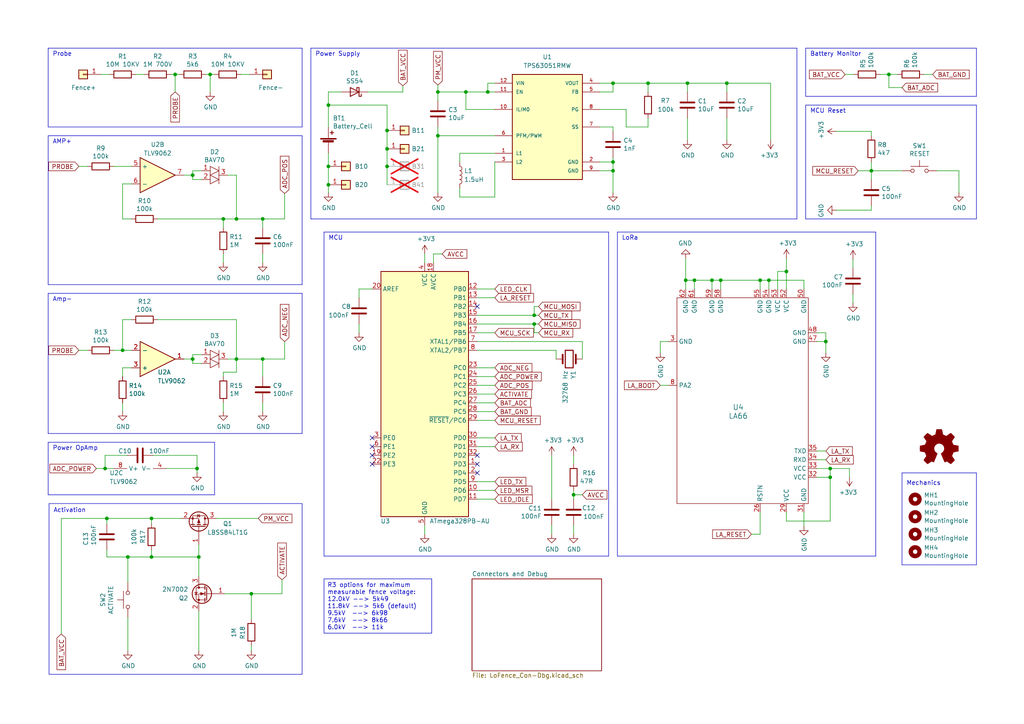
<source format=kicad_sch>
(kicad_sch (version 20230121) (generator eeschema)
  (paper "A4")
  (title_block (title "LoFence V2") (rev "1.0"))
  (junction (at 112.268 48.26))
  (junction (at 239.522 99.06))
  (junction (at 64.77 63.5))
  (junction (at 252.73 49.53))
  (junction (at 72.898 172.212))
  (junction (at 220.472 81.28))
  (junction (at 187.96 24.13))
  (junction (at 95.25 53.594))
  (junction (at 112.268 43.18))
  (junction (at 177.8 49.53))
  (junction (at 154.94 91.44))
  (junction (at 68.58 104.14))
  (junction (at 154.94 93.98))
  (junction (at 60.96 21.59))
  (junction (at 50.8 21.59))
  (junction (at 198.882 81.28))
  (junction (at 37.084 161.544))
  (junction (at 57.658 161.544))
  (junction (at 55.88 104.14))
  (junction (at 209.042 81.28))
  (junction (at 30.988 150.368))
  (junction (at 35.56 101.6))
  (junction (at 43.942 150.368))
  (junction (at 57.15 135.89))
  (junction (at 228.092 78.74))
  (junction (at 127 26.67))
  (junction (at 206.502 81.28))
  (junction (at 257.81 21.59))
  (junction (at 55.88 50.8))
  (junction (at 30.48 135.89))
  (junction (at 201.422 81.28))
  (junction (at 141.478 26.67))
  (junction (at 177.8 46.99))
  (junction (at 68.58 63.5))
  (junction (at 223.012 81.28))
  (junction (at 76.2 63.5))
  (junction (at 76.2 104.14))
  (junction (at 112.268 37.846))
  (junction (at 240.792 138.43))
  (junction (at 43.942 161.544))
  (junction (at 166.37 143.51))
  (junction (at 95.25 30.48))
  (junction (at 199.39 24.13))
  (junction (at 210.82 24.13))
  (junction (at 177.8 24.13))
  (junction (at 135.128 26.67))
  (junction (at 127 39.37))
  (junction (at 95.25 48.26))
  (junction (at 240.792 135.89))
  (no_connect (at 138.43 134.62))
  (no_connect (at 138.43 88.9))
  (no_connect (at 107.95 134.62))
  (no_connect (at 138.43 137.16))
  (no_connect (at 138.43 132.08))
  (no_connect (at 107.95 129.54))
  (no_connect (at 107.95 132.08))
  (no_connect (at 107.95 127))
  (wire (pts (xy 30.988 159.512) (xy 30.988 161.544)))
  (wire (pts (xy 156.21 88.9) (xy 154.94 88.9)))
  (wire (pts (xy 168.91 99.06) (xy 168.91 104.14)))
  (polyline (pts (xy 13.97 39.37) (xy 13.97 82.55)))
  (wire (pts (xy 173.99 31.75) (xy 181.61 31.75)))
  (polyline (pts (xy 283.21 163.83) (xy 283.21 137.16)))
  (wire (pts (xy 95.25 30.48) (xy 112.268 30.48)))
  (wire (pts (xy 143.51 46.99) (xy 143.51 57.15)))
  (wire (pts (xy 181.61 36.83) (xy 181.61 31.75)))
  (wire (pts (xy 35.56 63.5) (xy 38.1 63.5)))
  (wire (pts (xy 228.092 148.59) (xy 228.092 151.13)))
  (wire (pts (xy 95.25 48.26) (xy 95.25 53.594)))
  (wire (pts (xy 64.77 116.84) (xy 64.77 119.38)))
  (wire (pts (xy 95.25 26.67) (xy 99.06 26.67)))
  (wire (pts (xy 133.35 46.99) (xy 133.35 44.45)))
  (wire (pts (xy 30.48 132.08) (xy 36.83 132.08)))
  (wire (pts (xy 187.96 24.13) (xy 177.8 24.13)))
  (wire (pts (xy 68.58 92.71) (xy 45.72 92.71)))
  (wire (pts (xy 138.43 142.24) (xy 143.51 142.24)))
  (wire (pts (xy 35.56 101.6) (xy 38.1 101.6)))
  (polyline (pts (xy 283.21 30.48) (xy 283.21 63.5)))
  (wire (pts (xy 166.37 144.78) (xy 166.37 143.51)))
  (wire (pts (xy 206.502 83.82) (xy 206.502 81.28)))
  (wire (pts (xy 38.1 53.34) (xy 35.56 53.34)))
  (polyline (pts (xy 87.63 36.83) (xy 13.97 36.83)))
  (wire (pts (xy 220.472 83.82) (xy 220.472 81.28)))
  (polyline (pts (xy 87.63 13.97) (xy 13.97 13.97)))
  (wire (pts (xy 143.51 86.36) (xy 138.43 86.36)))
  (wire (pts (xy 112.268 37.846) (xy 112.268 43.18)))
  (wire (pts (xy 223.012 83.82) (xy 223.012 81.28)))
  (wire (pts (xy 64.77 76.2) (xy 64.77 73.66)))
  (wire (pts (xy 35.56 101.6) (xy 33.02 101.6)))
  (wire (pts (xy 127 26.67) (xy 135.128 26.67)))
  (wire (pts (xy 82.55 56.134) (xy 82.55 63.5)))
  (wire (pts (xy 65.278 172.212) (xy 72.898 172.212)))
  (polyline (pts (xy 233.68 30.48) (xy 283.21 30.48)))
  (wire (pts (xy 209.042 81.28) (xy 206.502 81.28)))
  (wire (pts (xy 116.84 24.892) (xy 116.84 26.67)))
  (wire (pts (xy 43.942 161.544) (xy 57.658 161.544)))
  (wire (pts (xy 55.88 52.07) (xy 55.88 50.8)))
  (wire (pts (xy 76.2 73.66) (xy 76.2 76.2)))
  (wire (pts (xy 66.04 104.14) (xy 68.58 104.14)))
  (polyline (pts (xy 176.53 161.29) (xy 93.98 161.29)))
  (wire (pts (xy 123.19 152.4) (xy 123.19 154.94)))
  (wire (pts (xy 35.56 119.38) (xy 35.56 116.84)))
  (polyline (pts (xy 87.63 125.73) (xy 13.97 125.73)))
  (wire (pts (xy 247.396 87.884) (xy 247.396 85.344)))
  (wire (pts (xy 177.8 26.67) (xy 177.8 24.13)))
  (polyline (pts (xy 283.21 27.94) (xy 233.68 27.94)))
  (wire (pts (xy 95.25 30.48) (xy 95.25 36.83)))
  (wire (pts (xy 133.35 57.15) (xy 133.35 54.61)))
  (wire (pts (xy 30.48 135.89) (xy 30.48 132.08)))
  (wire (pts (xy 201.422 83.82) (xy 201.422 81.28)))
  (wire (pts (xy 44.45 132.08) (xy 57.15 132.08)))
  (wire (pts (xy 76.2 66.04) (xy 76.2 63.5)))
  (wire (pts (xy 173.99 36.83) (xy 177.8 36.83)))
  (wire (pts (xy 64.77 63.5) (xy 64.77 66.04)))
  (wire (pts (xy 252.73 49.53) (xy 252.73 52.07)))
  (wire (pts (xy 209.042 83.82) (xy 209.042 81.28)))
  (wire (pts (xy 138.43 99.06) (xy 168.91 99.06)))
  (polyline (pts (xy 13.97 39.37) (xy 87.63 39.37)))
  (wire (pts (xy 55.88 104.14) (xy 53.34 104.14)))
  (wire (pts (xy 240.792 151.13) (xy 240.792 138.43)))
  (wire (pts (xy 161.29 101.6) (xy 161.29 104.14)))
  (wire (pts (xy 143.51 31.75) (xy 135.128 31.75)))
  (wire (pts (xy 257.81 25.4) (xy 261.62 25.4)))
  (wire (pts (xy 72.898 172.212) (xy 72.898 179.578)))
  (wire (pts (xy 199.39 26.67) (xy 199.39 24.13)))
  (wire (pts (xy 76.2 109.22) (xy 76.2 104.14)))
  (polyline (pts (xy 254 67.31) (xy 179.07 67.31)))
  (polyline (pts (xy 231.14 63.5) (xy 231.14 13.97)))
  (wire (pts (xy 48.26 135.89) (xy 57.15 135.89)))
  (wire (pts (xy 55.88 49.53) (xy 55.88 50.8)))
  (wire (pts (xy 247.65 21.59) (xy 245.11 21.59)))
  (wire (pts (xy 239.522 133.35) (xy 236.982 133.35)))
  (wire (pts (xy 225.552 83.82) (xy 225.552 78.74)))
  (wire (pts (xy 35.56 92.71) (xy 35.56 101.6)))
  (wire (pts (xy 257.81 25.4) (xy 257.81 21.59)))
  (wire (pts (xy 236.982 96.52) (xy 239.522 96.52)))
  (wire (pts (xy 58.42 105.41) (xy 55.88 105.41)))
  (wire (pts (xy 135.128 31.75) (xy 135.128 26.67)))
  (wire (pts (xy 271.78 49.53) (xy 278.13 49.53)))
  (wire (pts (xy 112.268 48.26) (xy 112.268 53.594)))
  (wire (pts (xy 143.51 57.15) (xy 133.35 57.15)))
  (wire (pts (xy 37.084 161.544) (xy 43.942 161.544)))
  (polyline (pts (xy 62.23 128.27) (xy 13.97 128.27)))
  (wire (pts (xy 49.53 21.59) (xy 50.8 21.59)))
  (wire (pts (xy 38.1 106.68) (xy 35.56 106.68)))
  (wire (pts (xy 187.96 34.29) (xy 187.96 36.83)))
  (wire (pts (xy 143.51 127) (xy 138.43 127)))
  (wire (pts (xy 39.37 21.59) (xy 41.91 21.59)))
  (wire (pts (xy 64.77 107.95) (xy 68.58 107.95)))
  (polyline (pts (xy 283.21 63.5) (xy 233.68 63.5)))
  (wire (pts (xy 64.77 63.5) (xy 68.58 63.5)))
  (wire (pts (xy 76.2 104.14) (xy 68.58 104.14)))
  (polyline (pts (xy 231.14 63.5) (xy 90.17 63.5)))
  (wire (pts (xy 143.51 129.54) (xy 138.43 129.54)))
  (wire (pts (xy 143.51 121.92) (xy 138.43 121.92)))
  (polyline (pts (xy 87.63 82.55) (xy 13.97 82.55)))
  (wire (pts (xy 55.88 50.8) (xy 53.34 50.8)))
  (polyline (pts (xy 283.21 27.94) (xy 283.21 13.97)))
  (wire (pts (xy 154.94 88.9) (xy 154.94 91.44)))
  (wire (pts (xy 168.91 143.51) (xy 166.37 143.51)))
  (wire (pts (xy 76.2 104.14) (xy 82.55 104.14)))
  (wire (pts (xy 228.092 74.93) (xy 228.092 78.74)))
  (wire (pts (xy 57.658 177.292) (xy 57.658 188.722)))
  (wire (pts (xy 35.56 106.68) (xy 35.56 109.22)))
  (wire (pts (xy 220.472 81.28) (xy 209.042 81.28)))
  (wire (pts (xy 141.478 26.67) (xy 143.51 26.67)))
  (wire (pts (xy 107.95 83.82) (xy 104.14 83.82)))
  (wire (pts (xy 239.522 130.81) (xy 236.982 130.81)))
  (wire (pts (xy 252.73 49.53) (xy 261.62 49.53)))
  (polyline (pts (xy 179.07 161.29) (xy 179.07 67.31)))
  (wire (pts (xy 201.422 81.28) (xy 198.882 81.28)))
  (wire (pts (xy 17.78 150.368) (xy 30.988 150.368)))
  (wire (pts (xy 198.882 74.93) (xy 198.882 81.28)))
  (wire (pts (xy 125.73 73.66) (xy 125.73 76.2)))
  (wire (pts (xy 217.932 154.94) (xy 220.472 154.94)))
  (wire (pts (xy 240.792 135.89) (xy 240.792 138.43)))
  (wire (pts (xy 239.522 96.52) (xy 239.522 99.06)))
  (polyline (pts (xy 13.97 143.51) (xy 62.23 143.51)))
  (wire (pts (xy 270.51 21.59) (xy 267.97 21.59)))
  (wire (pts (xy 30.988 161.544) (xy 37.084 161.544)))
  (wire (pts (xy 82.55 104.14) (xy 82.55 99.06)))
  (wire (pts (xy 239.522 102.362) (xy 239.522 99.06)))
  (wire (pts (xy 138.43 83.82) (xy 143.51 83.82)))
  (wire (pts (xy 138.43 114.3) (xy 143.51 114.3)))
  (wire (pts (xy 257.81 21.59) (xy 260.35 21.59)))
  (wire (pts (xy 127 26.67) (xy 127 29.21)))
  (wire (pts (xy 156.21 96.52) (xy 154.94 96.52)))
  (wire (pts (xy 25.4 101.6) (xy 22.86 101.6)))
  (wire (pts (xy 72.898 172.212) (xy 81.788 172.212)))
  (wire (pts (xy 37.084 179.07) (xy 37.084 188.722)))
  (wire (pts (xy 58.42 52.07) (xy 55.88 52.07)))
  (polyline (pts (xy 13.97 36.83) (xy 13.97 13.97)))
  (wire (pts (xy 35.56 53.34) (xy 35.56 63.5)))
  (wire (pts (xy 27.94 135.89) (xy 30.48 135.89)))
  (wire (pts (xy 104.14 83.82) (xy 104.14 86.36)))
  (wire (pts (xy 191.516 102.362) (xy 191.516 99.06)))
  (polyline (pts (xy 93.98 67.31) (xy 93.98 161.29)))
  (polyline (pts (xy 90.17 13.97) (xy 90.17 63.5)))
  (polyline (pts (xy 13.97 85.09) (xy 87.63 85.09)))
  (wire (pts (xy 127 36.83) (xy 127 39.37)))
  (wire (pts (xy 123.19 76.2) (xy 123.19 73.66)))
  (polyline (pts (xy 87.63 36.83) (xy 87.63 13.97)))
  (wire (pts (xy 143.51 111.76) (xy 138.43 111.76)))
  (wire (pts (xy 76.2 116.84) (xy 76.2 119.38)))
  (wire (pts (xy 138.43 144.78) (xy 143.51 144.78)))
  (wire (pts (xy 210.82 26.67) (xy 210.82 24.13)))
  (wire (pts (xy 50.8 21.59) (xy 52.07 21.59)))
  (wire (pts (xy 141.478 24.13) (xy 141.478 26.67)))
  (wire (pts (xy 60.96 21.59) (xy 62.23 21.59)))
  (wire (pts (xy 57.658 157.988) (xy 57.658 161.544)))
  (wire (pts (xy 233.172 148.59) (xy 233.172 152.654)))
  (polyline (pts (xy 283.21 137.16) (xy 261.62 137.16)))
  (wire (pts (xy 81.788 172.212) (xy 81.788 168.148)))
  (wire (pts (xy 199.39 24.13) (xy 210.82 24.13)))
  (wire (pts (xy 72.898 187.198) (xy 72.898 188.722)))
  (wire (pts (xy 95.25 44.45) (xy 95.25 48.26)))
  (wire (pts (xy 25.4 48.26) (xy 22.86 48.26)))
  (wire (pts (xy 246.38 135.89) (xy 246.38 138.43)))
  (wire (pts (xy 138.43 96.52) (xy 143.51 96.52)))
  (wire (pts (xy 57.15 135.89) (xy 57.15 137.16)))
  (wire (pts (xy 138.43 101.6) (xy 161.29 101.6)))
  (wire (pts (xy 43.942 161.544) (xy 43.942 159.512)))
  (wire (pts (xy 210.82 34.29) (xy 210.82 40.64)))
  (wire (pts (xy 57.658 167.132) (xy 57.658 161.544)))
  (wire (pts (xy 236.982 135.89) (xy 240.792 135.89)))
  (wire (pts (xy 173.99 49.53) (xy 177.8 49.53)))
  (wire (pts (xy 252.73 60.96) (xy 252.73 59.69)))
  (wire (pts (xy 37.084 161.544) (xy 37.084 168.91)))
  (wire (pts (xy 187.96 24.13) (xy 199.39 24.13)))
  (wire (pts (xy 57.15 132.08) (xy 57.15 135.89)))
  (polyline (pts (xy 13.97 128.27) (xy 13.97 143.51)))
  (wire (pts (xy 154.94 91.44) (xy 156.21 91.44)))
  (wire (pts (xy 66.04 50.8) (xy 68.58 50.8)))
  (wire (pts (xy 166.37 143.51) (xy 166.37 142.24)))
  (wire (pts (xy 228.092 151.13) (xy 240.792 151.13)))
  (wire (pts (xy 59.69 21.59) (xy 60.96 21.59)))
  (wire (pts (xy 177.8 45.72) (xy 177.8 46.99)))
  (wire (pts (xy 166.37 154.94) (xy 166.37 152.4)))
  (wire (pts (xy 38.1 48.26) (xy 33.02 48.26)))
  (wire (pts (xy 135.128 26.67) (xy 141.478 26.67)))
  (wire (pts (xy 225.552 78.74) (xy 228.092 78.74)))
  (wire (pts (xy 127 24.638) (xy 127 26.67)))
  (polyline (pts (xy 233.68 27.94) (xy 233.68 13.97)))
  (wire (pts (xy 60.96 26.67) (xy 60.96 21.59)))
  (wire (pts (xy 55.88 102.87) (xy 55.88 104.14)))
  (wire (pts (xy 223.52 24.13) (xy 210.82 24.13)))
  (wire (pts (xy 173.99 24.13) (xy 177.8 24.13)))
  (wire (pts (xy 138.43 139.7) (xy 143.51 139.7)))
  (wire (pts (xy 187.96 26.67) (xy 187.96 24.13)))
  (wire (pts (xy 236.982 138.43) (xy 240.792 138.43)))
  (wire (pts (xy 30.988 150.368) (xy 43.942 150.368)))
  (wire (pts (xy 112.268 30.48) (xy 112.268 37.846)))
  (wire (pts (xy 17.78 183.896) (xy 17.78 150.368)))
  (wire (pts (xy 191.516 111.76) (xy 193.802 111.76)))
  (polyline (pts (xy 13.97 85.09) (xy 13.97 125.73)))
  (wire (pts (xy 68.58 50.8) (xy 68.58 63.5)))
  (wire (pts (xy 199.39 34.29) (xy 199.39 40.64)))
  (wire (pts (xy 160.02 154.94) (xy 160.02 152.4)))
  (wire (pts (xy 76.2 63.5) (xy 82.55 63.5)))
  (wire (pts (xy 68.58 92.71) (xy 68.58 104.14)))
  (polyline (pts (xy 261.62 163.83) (xy 283.21 163.83)))
  (wire (pts (xy 252.73 46.99) (xy 252.73 49.53)))
  (wire (pts (xy 127 39.37) (xy 143.51 39.37)))
  (wire (pts (xy 255.27 21.59) (xy 257.81 21.59)))
  (wire (pts (xy 116.84 26.67) (xy 106.68 26.67)))
  (polyline (pts (xy 87.63 82.55) (xy 87.63 39.37)))
  (wire (pts (xy 58.42 49.53) (xy 55.88 49.53)))
  (wire (pts (xy 223.52 40.64) (xy 223.52 24.13)))
  (wire (pts (xy 166.37 134.62) (xy 166.37 132.08)))
  (wire (pts (xy 95.25 26.67) (xy 95.25 30.48)))
  (wire (pts (xy 30.988 150.368) (xy 30.988 151.892)))
  (wire (pts (xy 143.51 109.22) (xy 138.43 109.22)))
  (wire (pts (xy 112.268 43.18) (xy 112.268 48.26)))
  (wire (pts (xy 247.396 77.724) (xy 247.396 75.184)))
  (wire (pts (xy 143.51 106.68) (xy 138.43 106.68)))
  (wire (pts (xy 239.522 99.06) (xy 236.982 99.06)))
  (wire (pts (xy 252.73 38.1) (xy 252.73 39.37)))
  (polyline (pts (xy 254 67.31) (xy 254 161.29)))
  (wire (pts (xy 154.94 93.98) (xy 156.21 93.98)))
  (wire (pts (xy 104.14 96.52) (xy 104.14 93.98)))
  (wire (pts (xy 177.8 46.99) (xy 177.8 49.53)))
  (wire (pts (xy 29.21 21.59) (xy 31.75 21.59)))
  (wire (pts (xy 143.51 24.13) (xy 141.478 24.13)))
  (wire (pts (xy 68.58 107.95) (xy 68.58 104.14)))
  (wire (pts (xy 240.792 135.89) (xy 246.38 135.89)))
  (wire (pts (xy 64.77 109.22) (xy 64.77 107.95)))
  (wire (pts (xy 160.02 144.78) (xy 160.02 132.08)))
  (wire (pts (xy 177.8 36.83) (xy 177.8 38.1)))
  (polyline (pts (xy 93.98 67.31) (xy 176.53 67.31)))
  (wire (pts (xy 173.99 26.67) (xy 177.8 26.67)))
  (wire (pts (xy 55.88 105.41) (xy 55.88 104.14)))
  (wire (pts (xy 191.516 99.06) (xy 193.802 99.06)))
  (wire (pts (xy 198.882 81.28) (xy 198.882 83.82)))
  (wire (pts (xy 220.472 148.59) (xy 220.472 154.94)))
  (polyline (pts (xy 283.21 13.97) (xy 233.68 13.97)))
  (wire (pts (xy 248.92 49.53) (xy 252.73 49.53)))
  (polyline (pts (xy 62.23 143.51) (xy 62.23 128.27)))
  (wire (pts (xy 143.51 119.38) (xy 138.43 119.38)))
  (wire (pts (xy 173.99 46.99) (xy 177.8 46.99)))
  (wire (pts (xy 58.42 102.87) (xy 55.88 102.87)))
  (wire (pts (xy 30.48 135.89) (xy 33.02 135.89)))
  (wire (pts (xy 125.73 73.66) (xy 128.27 73.66)))
  (wire (pts (xy 127 39.37) (xy 127 55.88)))
  (polyline (pts (xy 233.68 30.48) (xy 233.68 63.5)))
  (wire (pts (xy 138.43 93.98) (xy 154.94 93.98)))
  (wire (pts (xy 50.8 21.59) (xy 50.8 26.67)))
  (wire (pts (xy 187.96 36.83) (xy 181.61 36.83)))
  (wire (pts (xy 233.172 83.82) (xy 233.172 81.28)))
  (wire (pts (xy 43.942 150.368) (xy 43.942 151.892)))
  (polyline (pts (xy 90.17 13.97) (xy 231.14 13.97)))
  (wire (pts (xy 62.738 150.368) (xy 74.93 150.368)))
  (wire (pts (xy 233.172 81.28) (xy 223.012 81.28)))
  (wire (pts (xy 206.502 81.28) (xy 201.422 81.28)))
  (polyline (pts (xy 261.62 137.16) (xy 261.62 163.83)))
  (wire (pts (xy 38.1 92.71) (xy 35.56 92.71)))
  (wire (pts (xy 143.51 116.84) (xy 138.43 116.84)))
  (wire (pts (xy 242.57 60.96) (xy 252.73 60.96)))
  (polyline (pts (xy 176.53 67.31) (xy 176.53 161.29)))
  (wire (pts (xy 154.94 96.52) (xy 154.94 93.98)))
  (wire (pts (xy 242.57 38.1) (xy 252.73 38.1)))
  (wire (pts (xy 133.35 44.45) (xy 143.51 44.45)))
  (wire (pts (xy 43.942 150.368) (xy 52.578 150.368)))
  (wire (pts (xy 69.85 21.59) (xy 72.39 21.59)))
  (wire (pts (xy 177.8 49.53) (xy 177.8 55.88)))
  (wire (pts (xy 278.13 49.53) (xy 278.13 55.88)))
  (polyline (pts (xy 87.63 85.09) (xy 87.63 125.73)))
  (wire (pts (xy 228.092 78.74) (xy 228.092 83.82)))
  (polyline (pts (xy 254 161.29) (xy 179.07 161.29)))
  (wire (pts (xy 95.25 53.594) (xy 95.25 55.88)))
  (wire (pts (xy 223.012 81.28) (xy 220.472 81.28)))
  (wire (pts (xy 45.72 63.5) (xy 64.77 63.5)))
  (wire (pts (xy 76.2 63.5) (xy 68.58 63.5)))
  (wire (pts (xy 138.43 91.44) (xy 154.94 91.44)))
  (rectangle (start 14.224 146.05) (end 87.63 195.58))
  (text_box "R3 options for maximum measurable fence voltage:\n12.0kV --> 5k49\n11.8kV --> 5k6 (default)\n9.5kV  --> 6k98\n7.6kV  --> 8k66\n6.0kV  --> 11k" (at 93.98 167.894 0) (size 31.242 15.748) (effects (font (size 1.27 1.27)) (justify left top)))
  (text "Power Supply" (at 91.44 16.51 0) (effects (font (size 1.27 1.27)) (justify left bottom)))
  (text "Battery Monitor" (at 234.95 16.51 0) (effects (font (size 1.27 1.27)) (justify left bottom)))
  (text "AMP+" (at 15.24 41.91 0) (effects (font (size 1.27 1.27)) (justify left bottom)))
  (text "MCU" (at 95.25 69.85 0) (effects (font (size 1.27 1.27)) (justify left bottom)))
  (text "Mechanics" (at 262.89 140.97 0) (effects (font (size 1.27 1.27)) (justify left bottom)))
  (text "MCU Reset" (at 234.95 33.02 0) (effects (font (size 1.27 1.27)) (justify left bottom)))
  (text "Activation" (at 15.494 148.844 0) (effects (font (size 1.27 1.27)) (justify left bottom)))
  (text "Power OpAmp" (at 15.24 130.81 0) (effects (font (size 1.27 1.27)) (justify left bottom)))
  (text "LoRa" (at 180.34 69.85 0) (effects (font (size 1.27 1.27)) (justify left bottom)))
  (text "Probe" (at 15.24 16.51 0) (effects (font (size 1.27 1.27)) (justify left bottom)))
  (text "Amp-" (at 15.24 87.63 0) (effects (font (size 1.27 1.27)) (justify left bottom)))
  (global_label "LED_MSR" (shape input) (at 143.51 142.24 0) (property "Intersheetrefs" "${INTERSHEET_REFS}" (effects hide)))
  (global_label "ACTIVATE" (shape input) (at 81.788 168.148 90) (property "Intersheetrefs" "${INTERSHEET_REFS}" (effects hide)))
  (global_label "BAT_ADC" (shape input) (at 143.51 116.84 0) (property "Intersheetrefs" "${INTERSHEET_REFS}" (effects hide)))
  (global_label "ADC_POWER" (shape input) (at 27.94 135.89 180) (property "Intersheetrefs" "${INTERSHEET_REFS}" (effects hide)))
  (global_label "BAT_VCC" (shape input) (at 245.11 21.59 180) (property "Intersheetrefs" "${INTERSHEET_REFS}" (effects hide)))
  (global_label "MCU_RX" (shape input) (at 156.21 96.52 0) (property "Intersheetrefs" "${INTERSHEET_REFS}" (effects hide)))
  (global_label "ADC_POS" (shape input) (at 82.55 56.134 90) (property "Intersheetrefs" "${INTERSHEET_REFS}" (effects hide)))
  (global_label "LA_RESET" (shape input) (at 217.932 154.94 180) (property "Intersheetrefs" "${INTERSHEET_REFS}" (effects hide)))
  (global_label "PROBE" (shape input) (at 22.86 101.6 180) (property "Intersheetrefs" "${INTERSHEET_REFS}" (effects hide)))
  (global_label "LED_TX" (shape input) (at 143.51 139.7 0) (property "Intersheetrefs" "${INTERSHEET_REFS}" (effects hide)))
  (global_label "PM_VCC" (shape input) (at 127 24.638 90) (property "Intersheetrefs" "${INTERSHEET_REFS}" (effects hide)))
  (global_label "BAT_GND" (shape input) (at 270.51 21.59 0) (property "Intersheetrefs" "${INTERSHEET_REFS}" (effects hide)))
  (global_label "LA_RX" (shape input) (at 143.51 129.54 0) (property "Intersheetrefs" "${INTERSHEET_REFS}" (effects hide)))
  (global_label "BAT_VCC" (shape input) (at 116.84 24.892 90) (property "Intersheetrefs" "${INTERSHEET_REFS}" (effects hide)))
  (global_label "BAT_ADC" (shape input) (at 261.62 25.4 0) (property "Intersheetrefs" "${INTERSHEET_REFS}" (effects hide)))
  (global_label "LED_IDLE" (shape input) (at 143.51 144.78 0) (property "Intersheetrefs" "${INTERSHEET_REFS}" (effects hide)))
  (global_label "AVCC" (shape input) (at 128.27 73.66 0) (property "Intersheetrefs" "${INTERSHEET_REFS}" (effects hide)))
  (global_label "AVCC" (shape input) (at 168.91 143.51 0) (property "Intersheetrefs" "${INTERSHEET_REFS}" (effects hide)))
  (global_label "LA_RESET" (shape input) (at 143.51 86.36 0) (property "Intersheetrefs" "${INTERSHEET_REFS}" (effects hide)))
  (global_label "ADC_NEG" (shape input) (at 82.55 99.06 90) (property "Intersheetrefs" "${INTERSHEET_REFS}" (effects hide)))
  (global_label "MCU_MISO" (shape input) (at 156.21 93.98 0) (property "Intersheetrefs" "${INTERSHEET_REFS}" (effects hide)))
  (global_label "LA_RX" (shape input) (at 239.522 133.35 0) (property "Intersheetrefs" "${INTERSHEET_REFS}" (effects hide)))
  (global_label "ADC_POWER" (shape input) (at 143.51 109.22 0) (property "Intersheetrefs" "${INTERSHEET_REFS}" (effects hide)))
  (global_label "LA_TX" (shape input) (at 239.522 130.81 0) (property "Intersheetrefs" "${INTERSHEET_REFS}" (effects hide)))
  (global_label "MCU_RESET" (shape input) (at 143.51 121.92 0) (property "Intersheetrefs" "${INTERSHEET_REFS}" (effects hide)))
  (global_label "ACTIVATE" (shape input) (at 143.51 114.3 0) (property "Intersheetrefs" "${INTERSHEET_REFS}" (effects hide)))
  (global_label "LED_CLK" (shape input) (at 143.51 83.82 0) (property "Intersheetrefs" "${INTERSHEET_REFS}" (effects hide)))
  (global_label "ADC_POS" (shape input) (at 143.51 111.76 0) (property "Intersheetrefs" "${INTERSHEET_REFS}" (effects hide)))
  (global_label "PM_VCC" (shape input) (at 74.93 150.368 0) (property "Intersheetrefs" "${INTERSHEET_REFS}" (effects hide)))
  (global_label "PROBE" (shape input) (at 22.86 48.26 180) (property "Intersheetrefs" "${INTERSHEET_REFS}" (effects hide)))
  (global_label "ADC_NEG" (shape input) (at 143.51 106.68 0) (property "Intersheetrefs" "${INTERSHEET_REFS}" (effects hide)))
  (global_label "PROBE" (shape input) (at 50.8 26.67 270) (property "Intersheetrefs" "${INTERSHEET_REFS}" (effects hide)))
  (global_label "BAT_VCC" (shape input) (at 17.78 183.896 270) (property "Intersheetrefs" "${INTERSHEET_REFS}" (effects hide)))
  (global_label "LA_TX" (shape input) (at 143.51 127 0) (property "Intersheetrefs" "${INTERSHEET_REFS}" (effects hide)))
  (global_label "LA_BOOT" (shape input) (at 191.516 111.76 180) (property "Intersheetrefs" "${INTERSHEET_REFS}" (effects hide)))
  (global_label "MCU_RESET" (shape input) (at 248.92 49.53 180) (property "Intersheetrefs" "${INTERSHEET_REFS}" (effects hide)))
  (global_label "MCU_MOSI" (shape input) (at 156.21 88.9 0) (property "Intersheetrefs" "${INTERSHEET_REFS}" (effects hide)))
  (global_label "MCU_SCK" (shape input) (at 143.51 96.52 0) (property "Intersheetrefs" "${INTERSHEET_REFS}" (effects hide)))
  (global_label "MCU_TX" (shape input) (at 156.21 91.44 0) (property "Intersheetrefs" "${INTERSHEET_REFS}" (effects hide)))
  (global_label "BAT_GND" (shape input) (at 143.51 119.38 0) (property "Intersheetrefs" "${INTERSHEET_REFS}" (effects hide)))
  (symbol (lib_id "Connector_Generic:Conn_01x01") (at 24.13 21.59 180) (unit 1) (in_bom no)
    (property "Reference" "J1" (effects hide))
    (property "Value" "Fence+" (at 27.94 25.4 0) (effects (justify left)))
    (property "Footprint" "TestPoint:TestPoint_THTPad_4.0x4.0mm_Drill2.0mm" (effects hide))
  )
  (symbol (lib_id "Connector_Generic:Conn_01x01") (at 77.47 21.59 0) (unit 1) (in_bom no)
    (property "Reference" "J2" (effects hide))
    (property "Value" "Fence-" (at 74.93 25.4 0) (effects (justify left)))
    (property "Footprint" "TestPoint:TestPoint_THTPad_4.0x4.0mm_Drill2.0mm" (effects hide))
  )
  (symbol (lib_id "ALITECS:TLV9062") (at 45.72 50.8 0) (unit 2)
    (property "Reference" "U2" (at 45.72 41.91 0))
    (property "Value" "TLV9062" (at 45.72 44.45 0))
    (property "Footprint" "Package_SO:SOIC-8_3.9x4.9mm_P1.27mm" (effects hide))
    (property "JLCPCB Part #" "C398355" (effects hide))
    (property "JLCPCB Rotation Offset" "-90" (effects hide))
  )
  (symbol (lib_id "ALITECS:TLV9062") (at 40.64 138.43 90) (mirror x) (unit 3)
    (property "Reference" "U2" (at 31.75 137.16 90) (effects (justify right)))
    (property "Value" "TLV9062" (at 31.75 139.7 90) (effects (justify right)))
    (property "Footprint" "Package_SO:SOIC-8_3.9x4.9mm_P1.27mm" (effects hide))
    (property "JLCPCB Part #" "C398355" (effects hide))
    (property "JLCPCB Rotation Offset" "-90" (effects hide))
  )
  (symbol (lib_id "Device:Battery_Cell") (at 95.25 41.91 0) (unit 1) (in_bom no) (on_board no)
    (property "Reference" "BT1" (at 96.52 34.29 0) (effects (justify left)))
    (property "Value" "Battery_Cell" (at 96.52 36.6014 0) (effects (justify left)))
    (property "Footprint" "ALITECS:18500HolderSMD_x2_BeilaMoo" (effects hide))
  )
  (symbol (lib_id "Device:R") (at 252.73 43.18 0) (unit 1)
    (property "Reference" "R8" (at 254.508 42.0116 0) (effects (justify left)))
    (property "Value" "4k7" (at 254.508 44.323 0) (effects (justify left)))
    (property "Footprint" "Resistor_SMD:R_0603_1608Metric_Pad0.98x0.95mm_HandSolder" (effects hide))
  )
  (symbol (lib_id "Device:C") (at 252.73 55.88 0) (unit 1)
    (property "Reference" "C5" (at 255.651 54.7116 0) (effects (justify left)))
    (property "Value" "100nF" (at 255.651 57.023 0) (effects (justify left)))
    (property "Footprint" "Capacitor_SMD:C_0805_2012Metric_Pad1.18x1.45mm_HandSolder" (effects hide))
  )
  (symbol (lib_id "Device:C") (at 76.2 69.85 0) (unit 1)
    (property "Reference" "C6" (at 79.121 68.6816 0) (effects (justify left)))
    (property "Value" "100nF" (at 79.121 70.993 0) (effects (justify left)))
    (property "Footprint" "Capacitor_SMD:C_0805_2012Metric_Pad1.18x1.45mm_HandSolder" (effects hide))
  )
  (symbol (lib_id "Device:C") (at 127 33.02 0) (unit 1)
    (property "Reference" "C3" (at 129.9972 31.8516 0) (effects (justify left)))
    (property "Value" "10uF" (at 129.9972 34.163 0) (effects (justify left)))
    (property "Footprint" "Capacitor_SMD:C_0805_2012Metric_Pad1.18x1.45mm_HandSolder" (effects hide))
  )
  (symbol (lib_id "lofence-rescue:+3.3V-power") (at 242.57 38.1 90) (unit 1)
    (property "Reference" "#PWR02" (effects hide))
    (property "Value" "+3.3V" (at 238.1758 37.719 0))
  )
  (symbol (lib_id "power:GND") (at 242.57 60.96 270) (unit 1)
    (property "Reference" "#PWR010" (effects hide))
    (property "Value" "GND" (at 238.1758 61.087 0))
  )
  (symbol (lib_id "Device:R") (at 41.91 63.5 270) (unit 1)
    (property "Reference" "R10" (at 41.91 58.2422 90))
    (property "Value" "100k" (at 41.91 60.5536 90))
    (property "Footprint" "Resistor_SMD:R_0603_1608Metric_Pad0.98x0.95mm_HandSolder" (effects hide))
  )
  (symbol (lib_id "Device:R") (at 64.77 69.85 180) (unit 1)
    (property "Reference" "R11" (at 66.548 68.6816 0) (effects (justify right)))
    (property "Value" "1M" (at 66.548 70.993 0) (effects (justify right)))
    (property "Footprint" "Resistor_SMD:R_0603_1608Metric_Pad0.98x0.95mm_HandSolder" (effects hide))
  )
  (symbol (lib_id "power:GND") (at 64.77 76.2 0) (unit 1)
    (property "Reference" "#PWR015" (effects hide))
    (property "Value" "GND" (at 64.897 80.5942 0))
  )
  (symbol (lib_id "power:GND") (at 76.2 76.2 0) (unit 1)
    (property "Reference" "#PWR016" (effects hide))
    (property "Value" "GND" (at 76.327 80.5942 0))
  )
  (symbol (lib_id "Device:R") (at 29.21 48.26 270) (unit 1)
    (property "Reference" "R9" (at 29.21 43.0022 90))
    (property "Value" "100k" (at 29.21 45.3136 90))
    (property "Footprint" "Resistor_SMD:R_0603_1608Metric_Pad0.98x0.95mm_HandSolder" (effects hide))
  )
  (symbol (lib_id "Device:R") (at 29.21 101.6 270) (unit 1)
    (property "Reference" "R13" (at 29.21 96.3422 90))
    (property "Value" "100k" (at 29.21 98.6536 90))
    (property "Footprint" "Resistor_SMD:R_0603_1608Metric_Pad0.98x0.95mm_HandSolder" (effects hide))
  )
  (symbol (lib_id "Device:R") (at 41.91 92.71 270) (unit 1)
    (property "Reference" "R12" (at 41.91 87.4522 90))
    (property "Value" "100k" (at 41.91 89.7636 90))
    (property "Footprint" "Resistor_SMD:R_0603_1608Metric_Pad0.98x0.95mm_HandSolder" (effects hide))
  )
  (symbol (lib_id "Device:R") (at 35.56 113.03 180) (unit 1)
    (property "Reference" "R14" (at 37.338 111.8616 0) (effects (justify right)))
    (property "Value" "100k" (at 37.338 114.173 0) (effects (justify right)))
    (property "Footprint" "Resistor_SMD:R_0603_1608Metric_Pad0.98x0.95mm_HandSolder" (effects hide))
  )
  (symbol (lib_id "power:GND") (at 35.56 119.38 0) (unit 1)
    (property "Reference" "#PWR021" (effects hide))
    (property "Value" "GND" (at 35.687 123.7742 0))
  )
  (symbol (lib_id "Device:R") (at 64.77 113.03 180) (unit 1)
    (property "Reference" "R15" (at 66.548 111.8616 0) (effects (justify right)))
    (property "Value" "1M" (at 66.548 114.173 0) (effects (justify right)))
    (property "Footprint" "Resistor_SMD:R_0603_1608Metric_Pad0.98x0.95mm_HandSolder" (effects hide))
  )
  (symbol (lib_id "Device:C") (at 76.2 113.03 0) (unit 1)
    (property "Reference" "C9" (at 79.121 111.8616 0) (effects (justify left)))
    (property "Value" "100nF" (at 79.121 114.173 0) (effects (justify left)))
    (property "Footprint" "Capacitor_SMD:C_0805_2012Metric_Pad1.18x1.45mm_HandSolder" (effects hide))
  )
  (symbol (lib_id "power:GND") (at 64.77 119.38 0) (unit 1)
    (property "Reference" "#PWR022" (effects hide))
    (property "Value" "GND" (at 64.897 123.7742 0))
  )
  (symbol (lib_id "power:GND") (at 76.2 119.38 0) (unit 1)
    (property "Reference" "#PWR023" (effects hide))
    (property "Value" "GND" (at 76.327 123.7742 0))
  )
  (symbol (lib_id "Device:R") (at 35.56 21.59 270) (unit 1)
    (property "Reference" "R1" (at 35.56 16.3322 90))
    (property "Value" "10M 10KV" (at 35.56 18.6436 90))
    (property "Footprint" "Resistor_THT:R_Axial_DIN0516_L15.5mm_D5.0mm_P20.32mm_Horizontal" (effects hide))
    (property "TME Order #" "VR68000001005JAC00" (effects hide))
    (property "JLCPCB Position Offset" "10,0" (effects hide))
    (property "JLCPCB Part #" "C1364802" (effects hide))
  )
  (symbol (lib_id "Device:R") (at 45.72 21.59 270) (unit 1)
    (property "Reference" "R2" (at 45.72 16.3322 90))
    (property "Value" "1M 700V" (at 45.72 18.6436 90))
    (property "Footprint" "Resistor_THT:R_Axial_DIN0207_L6.3mm_D2.5mm_P10.16mm_Horizontal" (effects hide))
    (property "TME Order #" "MGR0.25W-1M" (effects hide))
    (property "JLCPCB Part #" "C18816311" (effects hide))
  )
  (symbol (lib_id "Device:R") (at 55.88 21.59 270) (unit 1)
    (property "Reference" "R3" (at 55.88 16.3322 90))
    (property "Value" "5k6" (at 55.88 18.6436 90))
    (property "Footprint" "Resistor_SMD:R_0805_2012Metric_Pad1.20x1.40mm_HandSolder" (effects hide))
  )
  (symbol (lib_id "Device:R") (at 66.04 21.59 270) (unit 1)
    (property "Reference" "R4" (at 66.04 16.3322 90))
    (property "Value" "10M 10KV" (at 66.04 18.6436 90))
    (property "Footprint" "Resistor_THT:R_Axial_DIN0516_L15.5mm_D5.0mm_P20.32mm_Horizontal" (effects hide))
    (property "TME Order #" "VR68000001005JAC00" (effects hide))
    (property "JLCPCB Position Offset" "10,0" (effects hide))
    (property "JLCPCB Part #" "C1364802" (effects hide))
  )
  (symbol (lib_id "ALITECS:TLV9062") (at 45.72 104.14 0) (mirror x) (unit 1)
    (property "Reference" "U2" (at 45.72 107.95 0) (effects (justify left)))
    (property "Value" "TLV9062" (at 45.72 110.49 0) (effects (justify left)))
    (property "Footprint" "Package_SO:SOIC-8_3.9x4.9mm_P1.27mm" (effects hide))
    (property "JLCPCB Part #" "C398355" (effects hide))
    (property "JLCPCB Rotation Offset" "-90" (effects hide))
  )
  (symbol (lib_id "power:GND") (at 57.15 137.16 0) (unit 1)
    (property "Reference" "#PWR026" (effects hide))
    (property "Value" "GND" (at 57.277 141.5542 0))
  )
  (symbol (lib_id "Device:R") (at 251.46 21.59 270) (unit 1)
    (property "Reference" "R5" (at 250.2916 19.812 0) (effects (justify right)))
    (property "Value" "100k" (at 252.603 19.812 0) (effects (justify right)))
    (property "Footprint" "Resistor_SMD:R_0603_1608Metric_Pad0.98x0.95mm_HandSolder" (effects hide))
  )
  (symbol (lib_id "Device:R") (at 264.16 21.59 270) (unit 1)
    (property "Reference" "R6" (at 262.9916 19.812 0) (effects (justify right)))
    (property "Value" "100k" (at 265.303 19.812 0) (effects (justify right)))
    (property "Footprint" "Resistor_SMD:R_0603_1608Metric_Pad0.98x0.95mm_HandSolder" (effects hide))
  )
  (symbol (lib_id "ALITECS:LA66_serial-only") (at 214.122 118.11 0) (unit 1) (in_bom no)
    (property "Reference" "U4" (at 214.122 118.11 0) (effects (font (size 1.524 1.524))))
    (property "Value" "LA66" (at 214.122 120.65 0) (effects (font (size 1.524 1.524))))
    (property "Footprint" "ALITECS:LA66_serial-only" (effects hide))
  )
  (symbol (lib_id "power:GND") (at 191.516 102.362 0) (unit 1)
    (property "Reference" "#PWR019" (effects hide))
    (property "Value" "GND" (at 191.643 105.6132 90) (effects (justify right)))
  )
  (symbol (lib_id "power:GND") (at 233.172 152.654 0) (unit 1)
    (property "Reference" "#PWR028" (effects hide))
    (property "Value" "GND" (at 233.299 155.9052 90) (effects (justify right)))
  )
  (symbol (lib_id "power:GND") (at 239.522 102.362 0) (unit 1)
    (property "Reference" "#PWR020" (effects hide))
    (property "Value" "GND" (at 239.649 105.6132 90) (effects (justify right)))
  )
  (symbol (lib_id "power:GND") (at 198.882 74.93 180) (unit 1)
    (property "Reference" "#PWR012" (effects hide))
    (property "Value" "GND" (at 198.755 70.5358 0))
  )
  (symbol (lib_id "MCU_Microchip_ATmega:ATmega328PB-A") (at 123.19 114.3 0) (unit 1)
    (property "Reference" "U3" (at 111.76 151.13 0))
    (property "Value" "ATmega328PB-AU" (at 133.35 151.13 0))
    (property "Footprint" "Package_QFP:TQFP-32_7x7mm_P0.8mm" (effects hide))
    (property "Datasheet" "http://ww1.microchip.com/downloads/en/DeviceDoc/40001906C.pdf" (effects hide))
    (property "JLCPCB Part #" "C132230" (effects hide))
    (property "JLCPCB Rotation Offset" "-90" (effects hide))
  )
  (symbol (lib_id "lofence-rescue:+3.3V-power") (at 123.19 73.66 0) (unit 1)
    (property "Reference" "#PWR011" (effects hide))
    (property "Value" "+3.3V" (at 123.571 69.2658 0))
  )
  (symbol (lib_id "power:GND") (at 123.19 154.94 0) (unit 1)
    (property "Reference" "#PWR029" (effects hide))
    (property "Value" "GND" (at 123.317 159.3342 0))
  )
  (symbol (lib_id "Device:Crystal") (at 165.1 104.14 180) (unit 1)
    (property "Reference" "Y1" (at 166.2684 107.4674 90) (effects (justify left)))
    (property "Value" "32768 Hz" (at 163.957 107.4674 90) (effects (justify left)))
    (property "Footprint" "Crystal:Crystal_SMD_3215-2Pin_3.2x1.5mm" (effects hide))
    (property "JLCPCB Part #" "C32346" (effects hide))
  )
  (symbol (lib_id "Device:C") (at 104.14 90.17 0) (unit 1)
    (property "Reference" "C8" (at 99.06 88.9 0) (effects (justify left)))
    (property "Value" "100nF" (at 95.25 91.44 0) (effects (justify left)))
    (property "Footprint" "Capacitor_SMD:C_0805_2012Metric_Pad1.18x1.45mm_HandSolder" (effects hide))
  )
  (symbol (lib_id "power:GND") (at 104.14 96.52 0) (unit 1)
    (property "Reference" "#PWR018" (effects hide))
    (property "Value" "GND" (at 104.267 100.9142 0))
  )
  (symbol (lib_id "power:GND") (at 60.96 26.67 0) (unit 1)
    (property "Reference" "#PWR01" (effects hide))
    (property "Value" "GND" (at 61.087 31.0642 0))
  )
  (symbol (lib_id "Mechanical:MountingHole") (at 265.43 154.94 0) (unit 1) (in_bom no)
    (property "Reference" "MH3" (at 267.97 153.7716 0) (effects (justify left)))
    (property "Value" "MountingHole" (at 267.97 156.083 0) (effects (justify left)))
    (property "Footprint" "MountingHole:MountingHole_3.2mm_M3_DIN965_Pad" (effects hide))
  )
  (symbol (lib_id "lofence-rescue:BAV70LT-kiu") (at 62.23 50.8 0) (unit 1)
    (property "Reference" "D2" (at 62.23 44.069 0))
    (property "Value" "BAV70" (at 62.23 46.3804 0))
    (property "Footprint" "Package_TO_SOT_SMD:SOT-23" (effects hide))
    (property "Datasheet" "https://www.mouser.de/datasheet/2/308/BAV70LT1-D-102760.pdf" (effects hide))
    (property "JLCPCB Part #" "C68978" (effects hide))
    (property "JLCPCB Rotation Offset" "180" (effects hide))
  )
  (symbol (lib_id "lofence-rescue:BAV70LT-kiu") (at 62.23 104.14 0) (unit 1)
    (property "Reference" "D3" (at 62.23 97.409 0))
    (property "Value" "BAV70" (at 62.23 99.7204 0))
    (property "Footprint" "Package_TO_SOT_SMD:SOT-23" (effects hide))
    (property "Datasheet" "https://www.mouser.de/datasheet/2/308/BAV70LT1-D-102760.pdf" (effects hide))
    (property "JLCPCB Part #" "C68978" (effects hide))
    (property "JLCPCB Rotation Offset" "180" (effects hide))
  )
  (symbol (lib_id "Device:C") (at 247.396 81.534 0) (mirror x) (unit 1)
    (property "Reference" "C7" (at 244.5004 80.3656 0) (effects (justify right)))
    (property "Value" "100nF" (at 244.5004 82.677 0) (effects (justify right)))
    (property "Footprint" "Capacitor_SMD:C_0805_2012Metric_Pad1.18x1.45mm_HandSolder" (effects hide))
  )
  (symbol (lib_id "power:GND") (at 247.396 87.884 0) (unit 1)
    (property "Reference" "#PWR017" (effects hide))
    (property "Value" "GND" (at 247.523 92.2782 0))
  )
  (symbol (lib_id "Device:C") (at 210.82 30.48 0) (unit 1)
    (property "Reference" "C2" (at 213.8172 29.3116 0) (effects (justify left)))
    (property "Value" "10uF" (at 213.8172 31.623 0) (effects (justify left)))
    (property "Footprint" "Capacitor_SMD:C_0805_2012Metric_Pad1.18x1.45mm_HandSolder" (effects hide))
  )
  (symbol (lib_id "Device:C") (at 199.39 30.48 0) (unit 1)
    (property "Reference" "C1" (at 202.3872 29.3116 0) (effects (justify left)))
    (property "Value" "10uF" (at 202.3872 31.623 0) (effects (justify left)))
    (property "Footprint" "Capacitor_SMD:C_0805_2012Metric_Pad1.18x1.45mm_HandSolder" (effects hide))
  )
  (symbol (lib_id "Device:R") (at 187.96 30.48 0) (unit 1)
    (property "Reference" "R7" (at 194.31 29.21 0) (effects (justify right)))
    (property "Value" "100k" (at 195.58 31.75 0) (effects (justify right)))
    (property "Footprint" "Resistor_SMD:R_0603_1608Metric_Pad0.98x0.95mm_HandSolder" (effects hide))
  )
  (symbol (lib_id "power:GND") (at 127 55.88 0) (unit 1)
    (property "Reference" "#PWR07" (effects hide))
    (property "Value" "GND" (at 127.127 60.2742 0))
  )
  (symbol (lib_id "Device:C") (at 40.64 132.08 90) (mirror x) (unit 1)
    (property "Reference" "C10" (at 34.29 130.81 90) (effects (justify right)))
    (property "Value" "100nF" (at 43.18 130.81 90) (effects (justify right)))
    (property "Footprint" "Capacitor_SMD:C_0805_2012Metric_Pad1.18x1.45mm_HandSolder" (effects hide))
  )
  (symbol (lib_id "power:GND") (at 95.25 55.88 0) (unit 1)
    (property "Reference" "#PWR06" (effects hide))
    (property "Value" "GND" (at 95.377 60.2742 0))
  )
  (symbol (lib_id "lofence-rescue:+3.3V-power") (at 160.02 132.08 0) (unit 1)
    (property "Reference" "#PWR024" (effects hide))
    (property "Value" "+3.3V" (at 160.401 127.6858 0))
  )
  (symbol (lib_id "power:GND") (at 160.02 154.94 0) (unit 1)
    (property "Reference" "#PWR030" (effects hide))
    (property "Value" "GND" (at 160.147 159.3342 0))
  )
  (symbol (lib_id "Device:C") (at 160.02 148.59 0) (mirror x) (unit 1)
    (property "Reference" "C11" (at 157.1244 147.4216 0) (effects (justify right)))
    (property "Value" "100nF" (at 157.1244 149.733 0) (effects (justify right)))
    (property "Footprint" "Capacitor_SMD:C_0805_2012Metric_Pad1.18x1.45mm_HandSolder" (effects hide))
  )
  (symbol (lib_id "Device:C") (at 166.37 148.59 180) (unit 1)
    (property "Reference" "C12" (at 172.72 147.32 0) (effects (justify left)))
    (property "Value" "100nF" (at 175.26 149.86 0) (effects (justify left)))
    (property "Footprint" "Capacitor_SMD:C_0805_2012Metric_Pad1.18x1.45mm_HandSolder" (effects hide))
  )
  (symbol (lib_id "Device:R") (at 166.37 138.43 0) (unit 1)
    (property "Reference" "R16" (at 168.91 137.16 0) (effects (justify left)))
    (property "Value" "47R" (at 168.148 139.573 0) (effects (justify left)))
    (property "Footprint" "Resistor_SMD:R_0603_1608Metric_Pad0.98x0.95mm_HandSolder" (effects hide))
  )
  (symbol (lib_id "lofence-rescue:+3.3V-power") (at 166.37 132.08 0) (unit 1)
    (property "Reference" "#PWR025" (effects hide))
    (property "Value" "+3.3V" (at 166.751 127.6858 0))
  )
  (symbol (lib_id "power:GND") (at 166.37 154.94 0) (unit 1)
    (property "Reference" "#PWR031" (effects hide))
    (property "Value" "GND" (at 166.497 159.3342 0))
  )
  (symbol (lib_id "power:GND") (at 278.13 55.88 0) (unit 1)
    (property "Reference" "#PWR09" (effects hide))
    (property "Value" "GND" (at 278.257 60.2742 0))
  )
  (symbol (lib_id "lofence-rescue:+3.3V-power") (at 247.396 75.184 0) (unit 1)
    (property "Reference" "#PWR014" (effects hide))
    (property "Value" "+3.3V" (at 247.777 70.7898 0))
  )
  (symbol (lib_id "lofence-rescue:+3.3V-power") (at 246.38 138.43 180) (unit 1)
    (property "Reference" "#PWR027" (effects hide))
    (property "Value" "+3.3V" (at 245.999 142.8242 0))
  )
  (symbol (lib_id "Switch:SW_Push") (at 266.7 49.53 0) (unit 1)
    (property "Reference" "SW1" (at 266.7 42.291 0))
    (property "Value" "RESET" (at 266.7 44.6024 0))
    (property "Footprint" "ALITECS:TS-1187A-B-A-B" (effects hide))
    (property "JLCPCB Part #" "C318884" (effects hide))
  )
  (symbol (lib_id "Mechanical:MountingHole") (at 265.43 144.78 0) (unit 1) (in_bom no)
    (property "Reference" "MH1" (at 267.97 143.6116 0) (effects (justify left)))
    (property "Value" "MountingHole" (at 267.97 145.923 0) (effects (justify left)))
    (property "Footprint" "MountingHole:MountingHole_3.2mm_M3_DIN965_Pad" (effects hide))
  )
  (symbol (lib_id "Mechanical:MountingHole") (at 265.43 149.86 0) (unit 1) (in_bom no)
    (property "Reference" "MH2" (at 267.97 148.6916 0) (effects (justify left)))
    (property "Value" "MountingHole" (at 267.97 151.003 0) (effects (justify left)))
    (property "Footprint" "MountingHole:MountingHole_3.2mm_M3_DIN965_Pad" (effects hide))
  )
  (symbol (lib_id "Connector_Generic:Conn_01x01") (at 117.348 48.26 0) (unit 1) (in_bom no) (dnp yes)
    (property "Reference" "B31" (at 119.38 48.26 0) (effects (justify left)))
    (property "Value" "MY-18650-01" (effects hide))
    (property "Footprint" "ALITECS:MY-18650-01" (effects hide))
    (property "JLCPCB Position Offset" "-3.8,0" (effects hide))
  )
  (symbol (lib_id "Connector_Generic:Conn_01x01") (at 117.348 53.594 0) (unit 1) (in_bom no) (dnp yes)
    (property "Reference" "B41" (at 119.38 53.594 0) (effects (justify left)))
    (property "Value" "MY-18650-01" (effects hide))
    (property "Footprint" "ALITECS:MY-18650-01" (effects hide))
    (property "JLCPCB Position Offset" "-3.8,0" (effects hide))
  )
  (symbol (lib_id "Connector_Generic:Conn_01x01") (at 117.348 43.18 0) (unit 1)
    (property "Reference" "B21" (at 119.38 43.18 0) (effects (justify left)))
    (property "Value" "MY-18650-01" (effects hide))
    (property "Footprint" "ALITECS:MY-18650-01" (effects hide))
    (property "JLCPCB Position Offset" "-3.8,0" (effects hide))
  )
  (symbol (lib_id "Switch:SW_Push") (at 37.084 173.99 90) (mirror x) (unit 1)
    (property "Reference" "SW2" (at 29.845 173.99 0))
    (property "Value" "ACTIVATE" (at 32.1564 173.99 0))
    (property "Footprint" "ALITECS:TS-1187A-B-A-B" (effects hide))
    (property "JLCPCB Part #" "C318884" (effects hide))
  )
  (symbol (lib_id "power:GND") (at 72.898 188.722 0) (unit 1)
    (property "Reference" "#PWR042" (effects hide))
    (property "Value" "GND" (at 73.025 193.1162 0))
  )
  (symbol (lib_id "Device:R") (at 72.898 183.388 0) (unit 1)
    (property "Reference" "R18" (at 70.358 183.515 90))
    (property "Value" "1M" (at 67.818 183.515 90))
    (property "Footprint" "Resistor_SMD:R_0603_1608Metric_Pad0.98x0.95mm_HandSolder" (effects hide))
  )
  (symbol (lib_id "Transistor_FET:BSS83P") (at 57.658 152.908 270) (mirror x) (unit 1)
    (property "Reference" "Q1" (at 66.04 151.892 90))
    (property "Value" "LBSS84LT1G" (at 66.04 154.432 90))
    (property "Footprint" "Package_TO_SOT_SMD:SOT-23" (effects hide))
    (property "Datasheet" "http://www.farnell.com/datasheets/1835997.pdf" (effects hide))
    (property "JLCPCB Part #" "C8492" (effects hide))
    (property "JLCPCB Rotation Offset" "180" (effects hide))
  )
  (symbol (lib_id "Transistor_FET:2N7002") (at 60.198 172.212 0) (mirror y) (unit 1)
    (property "Reference" "Q2" (at 54.61 173.482 0) (effects (justify left)))
    (property "Value" "2N7002" (at 54.61 170.942 0) (effects (justify left)))
    (property "Footprint" "Package_TO_SOT_SMD:SOT-23" (effects hide))
    (property "Datasheet" "https://www.onsemi.com/pub/Collateral/NDS7002A-D.PDF" (effects hide))
    (property "JLCPCB Rotation Offset" "180" (effects hide))
  )
  (symbol (lib_id "power:GND") (at 199.39 40.64 0) (unit 1)
    (property "Reference" "#PWR03" (effects hide))
    (property "Value" "GND" (at 199.517 45.0342 0))
  )
  (symbol (lib_id "power:GND") (at 177.8 55.88 0) (unit 1)
    (property "Reference" "#PWR08" (effects hide))
    (property "Value" "GND" (at 177.927 60.2742 0))
  )
  (symbol (lib_id "Graphic:Logo_Open_Hardware_Small") (at 272.415 130.175 0) (unit 1) (in_bom no) (on_board no)
    (property "Reference" "#SYM1" (effects hide))
    (property "Value" "Logo_Open_Hardware_Small" (effects hide))
    (property "Sim.Enable" "0" (effects hide))
  )
  (symbol (lib_id "Device:R") (at 43.942 155.702 180) (unit 1)
    (property "Reference" "R17" (at 41.402 155.702 90))
    (property "Value" "100k" (at 38.862 155.702 90))
    (property "Footprint" "Resistor_SMD:R_0603_1608Metric_Pad0.98x0.95mm_HandSolder" (effects hide))
  )
  (symbol (lib_id "ALITECS:TPS63051RMW") (at 158.75 36.83 0) (unit 1)
    (property "Reference" "U1" (at 158.75 16.51 0))
    (property "Value" "TPS63051RMW" (at 158.75 19.05 0))
    (property "Footprint" "ALITECS:TPS63051RMW" (effects hide))
    (property "JLCPCB Part #" "C139412" (effects hide))
  )
  (symbol (lib_id "Device:L") (at 133.35 50.8 0) (unit 1)
    (property "Reference" "L1" (at 134.62 49.53 0) (effects (justify left)))
    (property "Value" "1.5uH" (at 134.62 52.07 0) (effects (justify left)))
    (property "Footprint" "Inductor_SMD:L_1008_2520Metric_Pad1.43x2.20mm_HandSolder" (effects hide))
  )
  (symbol (lib_id "power:GND") (at 57.658 188.722 0) (unit 1)
    (property "Reference" "#PWR041" (effects hide))
    (property "Value" "GND" (at 57.785 193.1162 0))
  )
  (symbol (lib_id "Device:C") (at 177.8 41.91 0) (unit 1)
    (property "Reference" "C4" (at 180.7972 40.7416 0) (effects (justify left)))
    (property "Value" "1nF" (at 180.7972 43.053 0) (effects (justify left)))
    (property "Footprint" "Capacitor_SMD:C_0805_2012Metric_Pad1.18x1.45mm_HandSolder" (effects hide))
  )
  (symbol (lib_id "power:GND") (at 210.82 40.64 0) (unit 1)
    (property "Reference" "#PWR04" (effects hide))
    (property "Value" "GND" (at 210.947 45.0342 0))
  )
  (symbol (lib_id "Mechanical:MountingHole") (at 265.43 160.02 0) (unit 1) (in_bom no)
    (property "Reference" "MH4" (at 267.97 158.8516 0) (effects (justify left)))
    (property "Value" "MountingHole" (at 267.97 161.163 0) (effects (justify left)))
    (property "Footprint" "MountingHole:MountingHole_3.2mm_M3_DIN965_Pad" (effects hide))
  )
  (symbol (lib_id "Device:C") (at 30.988 155.702 0) (unit 1)
    (property "Reference" "C13" (at 24.8666 158.242 90) (effects (justify left)))
    (property "Value" "100nF" (at 27.178 158.242 90) (effects (justify left)))
    (property "Footprint" "Capacitor_SMD:C_0805_2012Metric_Pad1.18x1.45mm_HandSolder" (effects hide))
  )
  (symbol (lib_id "power:GND") (at 37.084 188.722 0) (unit 1)
    (property "Reference" "#PWR032" (effects hide))
    (property "Value" "GND" (at 37.211 193.1162 0))
  )
  (symbol (lib_id "Connector_Generic:Conn_01x01") (at 100.33 48.26 0) (unit 1)
    (property "Reference" "B10" (at 102.87 48.26 0) (effects (justify left)))
    (property "Value" "MY-18650-01" (effects hide))
    (property "Footprint" "ALITECS:MY-18650-01" (effects hide))
    (property "JLCPCB Position Offset" "-3.8,0" (effects hide))
  )
  (symbol (lib_id "Connector_Generic:Conn_01x01") (at 117.348 37.846 0) (unit 1)
    (property "Reference" "B11" (at 119.38 37.846 0) (effects (justify left)))
    (property "Value" "MY-18650-01" (effects hide))
    (property "Footprint" "ALITECS:MY-18650-01" (effects hide))
    (property "JLCPCB Position Offset" "-3.8,0" (effects hide))
  )
  (symbol (lib_id "Device:D_Schottky") (at 102.87 26.67 180) (unit 1)
    (property "Reference" "D1" (at 102.87 21.1836 0))
    (property "Value" "SS54" (at 102.87 23.495 0))
    (property "Footprint" "Diode_SMD:D_SMA_Handsoldering" (effects hide))
  )
  (symbol (lib_id "lofence-rescue:+3.3V-power") (at 223.52 40.64 180) (unit 1)
    (property "Reference" "#PWR05" (effects hide))
    (property "Value" "+3.3V" (at 223.139 45.0342 0))
  )
  (symbol (lib_id "Connector_Generic:Conn_01x01") (at 100.33 53.594 0) (unit 1)
    (property "Reference" "B20" (at 102.87 53.594 0) (effects (justify left)))
    (property "Value" "MY-18650-01" (effects hide))
    (property "Footprint" "ALITECS:MY-18650-01" (effects hide))
    (property "JLCPCB Position Offset" "-3.8,0" (effects hide))
  )
  (symbol (lib_id "lofence-rescue:+3.3V-power") (at 228.092 74.93 0) (unit 1)
    (property "Reference" "#PWR013" (effects hide))
    (property "Value" "+3.3V" (at 228.473 70.5358 0))
  )
  (sheet (at 136.906 167.894) (size 37.592 26.67) (stroke (width 0.1524))
    (property "Sheetname" "Connectors and Debug" (at 136.906 167.1824 0) (effects (justify left bottom)))
    (property "Sheetfile" "LoFence_Con-Dbg.kicad_sch" (at 136.906 195.1486 0) (effects (justify left top)))
  )
)
</source>
